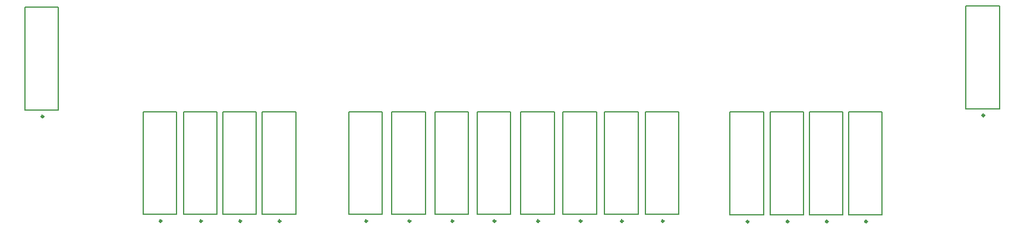
<source format=gbr>
G04 #@! TF.GenerationSoftware,KiCad,Pcbnew,(5.1.5)-3*
G04 #@! TF.CreationDate,2020-04-04T14:42:53-04:00*
G04 #@! TF.ProjectId,BBB_16,4242425f-3136-42e6-9b69-6361645f7063,v2*
G04 #@! TF.SameCoordinates,Original*
G04 #@! TF.FileFunction,Other,ECO2*
%FSLAX46Y46*%
G04 Gerber Fmt 4.6, Leading zero omitted, Abs format (unit mm)*
G04 Created by KiCad (PCBNEW (5.1.5)-3) date 2020-04-04 14:42:53*
%MOMM*%
%LPD*%
G04 APERTURE LIST*
%ADD10C,0.300000*%
%ADD11C,0.127000*%
G04 APERTURE END LIST*
D10*
X211667420Y-137531800D02*
G75*
G03X211667420Y-137531800I-141420J0D01*
G01*
D11*
X213826000Y-136581800D02*
X209026000Y-136581800D01*
X213826000Y-121881800D02*
X213826000Y-136581800D01*
X209026000Y-121881800D02*
X213826000Y-121881800D01*
X209026000Y-136581800D02*
X209026000Y-121881800D01*
D10*
X123754020Y-152648600D02*
G75*
G03X123754020Y-152648600I-141420J0D01*
G01*
D11*
X125912600Y-151698600D02*
X121112600Y-151698600D01*
X125912600Y-136998600D02*
X125912600Y-151698600D01*
X121112600Y-136998600D02*
X125912600Y-136998600D01*
X121112600Y-151698600D02*
X121112600Y-136998600D01*
D10*
X105809020Y-152653600D02*
G75*
G03X105809020Y-152653600I-141420J0D01*
G01*
D11*
X107967600Y-151703600D02*
X103167600Y-151703600D01*
X107967600Y-137003600D02*
X107967600Y-151703600D01*
X103167600Y-137003600D02*
X107967600Y-137003600D01*
X103167600Y-151703600D02*
X103167600Y-137003600D01*
D10*
X194970520Y-152713600D02*
G75*
G03X194970520Y-152713600I-141420J0D01*
G01*
D11*
X197129100Y-151763600D02*
X192329100Y-151763600D01*
X197129100Y-137063600D02*
X197129100Y-151763600D01*
X192329100Y-137063600D02*
X197129100Y-137063600D01*
X192329100Y-151763600D02*
X192329100Y-137063600D01*
D10*
X189382520Y-152713600D02*
G75*
G03X189382520Y-152713600I-141420J0D01*
G01*
D11*
X191541100Y-151763600D02*
X186741100Y-151763600D01*
X191541100Y-137063600D02*
X191541100Y-151763600D01*
X186741100Y-137063600D02*
X191541100Y-137063600D01*
X186741100Y-151763600D02*
X186741100Y-137063600D01*
D10*
X183794520Y-152713600D02*
G75*
G03X183794520Y-152713600I-141420J0D01*
G01*
D11*
X185953100Y-151763600D02*
X181153100Y-151763600D01*
X185953100Y-137063600D02*
X185953100Y-151763600D01*
X181153100Y-137063600D02*
X185953100Y-137063600D01*
X181153100Y-151763600D02*
X181153100Y-137063600D01*
D10*
X178089020Y-152713600D02*
G75*
G03X178089020Y-152713600I-141420J0D01*
G01*
D11*
X180247600Y-151763600D02*
X175447600Y-151763600D01*
X180247600Y-137063600D02*
X180247600Y-151763600D01*
X175447600Y-137063600D02*
X180247600Y-137063600D01*
X175447600Y-151763600D02*
X175447600Y-137063600D01*
D10*
X166002520Y-152648600D02*
G75*
G03X166002520Y-152648600I-141420J0D01*
G01*
D11*
X168161100Y-151698600D02*
X163361100Y-151698600D01*
X168161100Y-136998600D02*
X168161100Y-151698600D01*
X163361100Y-136998600D02*
X168161100Y-136998600D01*
X163361100Y-151698600D02*
X163361100Y-136998600D01*
D10*
X160184020Y-152648600D02*
G75*
G03X160184020Y-152648600I-141420J0D01*
G01*
D11*
X162342600Y-151698600D02*
X157542600Y-151698600D01*
X162342600Y-136998600D02*
X162342600Y-151698600D01*
X157542600Y-136998600D02*
X162342600Y-136998600D01*
X157542600Y-151698600D02*
X157542600Y-136998600D01*
D10*
X154304020Y-152648600D02*
G75*
G03X154304020Y-152648600I-141420J0D01*
G01*
D11*
X156462600Y-151698600D02*
X151662600Y-151698600D01*
X156462600Y-136998600D02*
X156462600Y-151698600D01*
X151662600Y-136998600D02*
X156462600Y-136998600D01*
X151662600Y-151698600D02*
X151662600Y-136998600D01*
D10*
X148244020Y-152648600D02*
G75*
G03X148244020Y-152648600I-141420J0D01*
G01*
D11*
X150402600Y-151698600D02*
X145602600Y-151698600D01*
X150402600Y-136998600D02*
X150402600Y-151698600D01*
X145602600Y-136998600D02*
X150402600Y-136998600D01*
X145602600Y-151698600D02*
X145602600Y-136998600D01*
D10*
X142034520Y-152648600D02*
G75*
G03X142034520Y-152648600I-141420J0D01*
G01*
D11*
X144193100Y-151698600D02*
X139393100Y-151698600D01*
X144193100Y-136998600D02*
X144193100Y-151698600D01*
X139393100Y-136998600D02*
X144193100Y-136998600D01*
X139393100Y-151698600D02*
X139393100Y-136998600D01*
D10*
X136034020Y-152648600D02*
G75*
G03X136034020Y-152648600I-141420J0D01*
G01*
D11*
X138192600Y-151698600D02*
X133392600Y-151698600D01*
X138192600Y-136998600D02*
X138192600Y-151698600D01*
X133392600Y-136998600D02*
X138192600Y-136998600D01*
X133392600Y-151698600D02*
X133392600Y-136998600D01*
D10*
X129914020Y-152648600D02*
G75*
G03X129914020Y-152648600I-141420J0D01*
G01*
D11*
X132072600Y-151698600D02*
X127272600Y-151698600D01*
X132072600Y-136998600D02*
X132072600Y-151698600D01*
X127272600Y-136998600D02*
X132072600Y-136998600D01*
X127272600Y-151698600D02*
X127272600Y-136998600D01*
D10*
X111409020Y-152653600D02*
G75*
G03X111409020Y-152653600I-141420J0D01*
G01*
D11*
X113567600Y-151703600D02*
X108767600Y-151703600D01*
X113567600Y-137003600D02*
X113567600Y-151703600D01*
X108767600Y-137003600D02*
X113567600Y-137003600D01*
X108767600Y-151703600D02*
X108767600Y-137003600D01*
D10*
X100209020Y-152653600D02*
G75*
G03X100209020Y-152653600I-141420J0D01*
G01*
D11*
X102367600Y-151703600D02*
X97567600Y-151703600D01*
X102367600Y-137003600D02*
X102367600Y-151703600D01*
X97567600Y-137003600D02*
X102367600Y-137003600D01*
X97567600Y-151703600D02*
X97567600Y-137003600D01*
D10*
X94464020Y-152638600D02*
G75*
G03X94464020Y-152638600I-141420J0D01*
G01*
D11*
X96622600Y-151688600D02*
X91822600Y-151688600D01*
X96622600Y-136988600D02*
X96622600Y-151688600D01*
X91822600Y-136988600D02*
X96622600Y-136988600D01*
X91822600Y-151688600D02*
X91822600Y-136988600D01*
D10*
X77624020Y-137688600D02*
G75*
G03X77624020Y-137688600I-141420J0D01*
G01*
D11*
X79782600Y-136738600D02*
X74982600Y-136738600D01*
X79782600Y-122038600D02*
X79782600Y-136738600D01*
X74982600Y-122038600D02*
X79782600Y-122038600D01*
X74982600Y-136738600D02*
X74982600Y-122038600D01*
M02*

</source>
